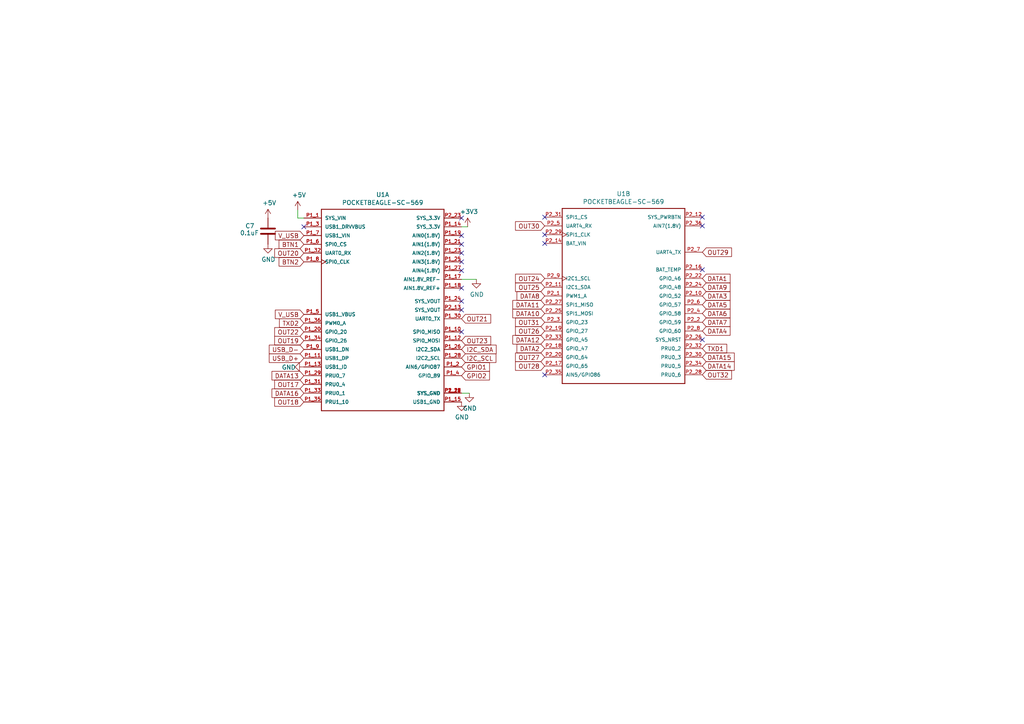
<source format=kicad_sch>
(kicad_sch (version 20211123) (generator eeschema)
  (paper "A4")
  (title_block (title "PB 16") (date "2022-05-29") (rev "v1.0h") (company "Scott Hanson"))
  (lib_symbols
    (symbol "Device:C" (pin_numbers hide) (pin_names (offset 0.254))
      (property "Reference" "C" (at 0.635 2.54 0))
      (property "Value" "C" (at 0.635 -2.54 0))
      (symbol "C_0_1"
        (polyline (pts (xy -2.032 -0.762) (xy 2.032 -0.762)) (stroke (width 0.508)))
        (polyline (pts (xy -2.032 0.762) (xy 2.032 0.762)) (stroke (width 0.508)))
      )
      (symbol "C_1_1"
        (pin passive line (at 0 3.81 270) (length 2.794) (name "~") (number "1"))
        (pin passive line (at 0 -3.81 90) (length 2.794) (name "~") (number "2"))
      )
    )
    (symbol "POCKETBEAGLE-SC-569_1" (pin_names (offset 1.016))
      (property "Reference" "U1" (at 0 32.1818 0))
      (property "Value" "POCKETBEAGLE-SC-569_1" (at 0 29.8704 0))
      (symbol "POCKETBEAGLE-SC-569_1_1_0"
        (polyline (pts (xy -17.78 -30.48) (xy 17.78 -30.48)) (stroke (width 0.254)))
        (polyline (pts (xy -17.78 27.94) (xy -17.78 -30.48)) (stroke (width 0.254)))
        (polyline (pts (xy 17.78 -30.48) (xy 17.78 27.94)) (stroke (width 0.254)))
        (polyline (pts (xy 17.78 27.94) (xy -17.78 27.94)) (stroke (width 0.254)))
        (pin input line (at -22.86 25.4 0) (length 5.08) (name "SYS_VIN") (number "P1_1"))
        (pin bidirectional line (at 22.86 -7.62 180) (length 5.08) (name "SPI0_MISO") (number "P1_10"))
        (pin bidirectional line (at -22.86 -15.24 0) (length 5.08) (name "USB1_DP") (number "P1_11"))
        (pin bidirectional line (at 22.86 -10.16 180) (length 5.08) (name "SPI0_MOSI") (number "P1_12"))
        (pin bidirectional line (at -22.86 -17.78 0) (length 5.08) (name "USB1_ID") (number "P1_13"))
        (pin power_out line (at 22.86 22.86 180) (length 5.08) (name "SYS_3.3V") (number "P1_14"))
        (pin power_in line (at 22.86 -27.94 180) (length 5.08) (name "USB1_GND") (number "P1_15"))
        (pin power_in line (at 22.86 -25.4 180) (length 5.08) (name "SYS_GND") (number "P1_16"))
        (pin power_in line (at 22.86 7.62 180) (length 5.08) (name "AIN1.8V_REF-") (number "P1_17"))
        (pin power_in line (at 22.86 5.08 180) (length 5.08) (name "AIN1.8V_REF+") (number "P1_18"))
        (pin power_in line (at 22.86 20.32 180) (length 5.08) (name "AIN0(1.8V)") (number "P1_19"))
        (pin bidirectional line (at 22.86 -17.78 180) (length 5.08) (name "AIN6/GPIO87") (number "P1_2"))
        (pin bidirectional line (at -22.86 -7.62 0) (length 5.08) (name "GPIO_20") (number "P1_20"))
        (pin power_in line (at 22.86 17.78 180) (length 5.08) (name "AIN1(1.8V)") (number "P1_21"))
        (pin power_in line (at 22.86 -25.4 180) (length 5.08) (name "SYS_GND") (number "P1_22"))
        (pin power_in line (at 22.86 15.24 180) (length 5.08) (name "AIN2(1.8V)") (number "P1_23"))
        (pin output line (at 22.86 1.27 180) (length 5.08) (name "SYS_VOUT") (number "P1_24"))
        (pin power_in line (at 22.86 12.7 180) (length 5.08) (name "AIN3(1.8V)") (number "P1_25"))
        (pin bidirectional line (at 22.86 -12.7 180) (length 5.08) (name "I2C2_SDA") (number "P1_26"))
        (pin power_in line (at 22.86 10.16 180) (length 5.08) (name "AIN4(1.8V)") (number "P1_27"))
        (pin bidirectional line (at 22.86 -15.24 180) (length 5.08) (name "I2C2_SCL") (number "P1_28"))
        (pin bidirectional line (at -22.86 -20.32 0) (length 5.08) (name "PRU0_7") (number "P1_29"))
        (pin input line (at -22.86 22.86 0) (length 5.08) (name "USB1_DRVVBUS") (number "P1_3"))
        (pin output line (at 22.86 -3.81 180) (length 5.08) (name "UART0_TX") (number "P1_30"))
        (pin bidirectional line (at -22.86 -22.86 0) (length 5.08) (name "PRU0_4") (number "P1_31"))
        (pin input line (at -22.86 15.24 0) (length 5.08) (name "UART0_RX") (number "P1_32"))
        (pin bidirectional line (at -22.86 -25.4 0) (length 5.08) (name "PRU0_1") (number "P1_33"))
        (pin bidirectional line (at -22.86 -10.16 0) (length 5.08) (name "GPIO_26") (number "P1_34"))
        (pin bidirectional line (at -22.86 -27.94 0) (length 5.08) (name "PRU1_10") (number "P1_35"))
        (pin bidirectional line (at -22.86 -5.08 0) (length 5.08) (name "PWM0_A") (number "P1_36"))
        (pin bidirectional line (at 22.86 -20.32 180) (length 5.08) (name "GPIO_89") (number "P1_4"))
        (pin bidirectional line (at -22.86 -2.54 0) (length 5.08) (name "USB1_VBUS") (number "P1_5"))
        (pin input line (at -22.86 17.78 0) (length 5.08) (name "SPI0_CS") (number "P1_6"))
        (pin input line (at -22.86 20.32 0) (length 5.08) (name "USB1_VIN") (number "P1_7"))
        (pin input clock (at -22.86 12.7 0) (length 5.08) (name "SPI0_CLK") (number "P1_8"))
        (pin bidirectional line (at -22.86 -12.7 0) (length 5.08) (name "USB1_DN") (number "P1_9"))
        (pin output line (at 22.86 -1.27 180) (length 5.08) (name "SYS_VOUT") (number "P2_13"))
        (pin power_in line (at 22.86 -25.4 180) (length 5.08) (name "SYS_GND") (number "P2_15"))
        (pin power_in line (at 22.86 -25.4 180) (length 5.08) (name "SYS_GND") (number "P2_21"))
        (pin power_out line (at 22.86 25.4 180) (length 5.08) (name "SYS_3.3V") (number "P2_23"))
      )
      (symbol "POCKETBEAGLE-SC-569_1_2_0"
        (polyline (pts (xy -17.78 -25.4) (xy 17.78 -25.4)) (stroke (width 0.254)))
        (polyline (pts (xy -17.78 25.4) (xy -17.78 -25.4)) (stroke (width 0.254)))
        (polyline (pts (xy 17.78 -25.4) (xy 17.78 25.4)) (stroke (width 0.254)))
        (polyline (pts (xy 17.78 25.4) (xy -17.78 25.4)) (stroke (width 0.254)))
        (pin bidirectional line (at -22.86 0 0) (length 5.08) (name "PWM1_A") (number "P2_1"))
        (pin bidirectional line (at 22.86 0 180) (length 5.08) (name "GPIO_52") (number "P2_10"))
        (pin bidirectional line (at -22.86 2.54 0) (length 5.08) (name "I2C1_SDA") (number "P2_11"))
        (pin power_in line (at 22.86 22.86 180) (length 5.08) (name "SYS_PWRBTN") (number "P2_12"))
        (pin input line (at -22.86 15.24 0) (length 5.08) (name "BAT_VIN") (number "P2_14"))
        (pin bidirectional line (at 22.86 7.62 180) (length 5.08) (name "BAT_TEMP") (number "P2_16"))
        (pin bidirectional line (at -22.86 -20.32 0) (length 5.08) (name "GPIO_65") (number "P2_17"))
        (pin bidirectional line (at -22.86 -15.24 0) (length 5.08) (name "GPIO_47") (number "P2_18"))
        (pin bidirectional line (at -22.86 -10.16 0) (length 5.08) (name "GPIO_27") (number "P2_19"))
        (pin bidirectional line (at 22.86 -7.62 180) (length 5.08) (name "GPIO_59") (number "P2_2"))
        (pin bidirectional line (at -22.86 -17.78 0) (length 5.08) (name "GPIO_64") (number "P2_20"))
        (pin bidirectional line (at 22.86 5.08 180) (length 5.08) (name "GPIO_46") (number "P2_22"))
        (pin bidirectional line (at 22.86 2.54 180) (length 5.08) (name "GPIO_48") (number "P2_24"))
        (pin bidirectional line (at -22.86 -5.08 0) (length 5.08) (name "SPI1_MOSI") (number "P2_25"))
        (pin bidirectional line (at 22.86 -12.7 180) (length 5.08) (name "SYS_NRST") (number "P2_26"))
        (pin bidirectional line (at -22.86 -2.54 0) (length 5.08) (name "SPI1_MISO") (number "P2_27"))
        (pin bidirectional line (at 22.86 -22.86 180) (length 5.08) (name "PRU0_6") (number "P2_28"))
        (pin input clock (at -22.86 17.78 0) (length 5.08) (name "SPI1_CLK") (number "P2_29"))
        (pin bidirectional line (at -22.86 -7.62 0) (length 5.08) (name "GPIO_23") (number "P2_3"))
        (pin bidirectional line (at 22.86 -17.78 180) (length 5.08) (name "PRU0_3") (number "P2_30"))
        (pin input line (at -22.86 22.86 0) (length 5.08) (name "SPI1_CS") (number "P2_31"))
        (pin bidirectional line (at 22.86 -15.24 180) (length 5.08) (name "PRU0_2") (number "P2_32"))
        (pin bidirectional line (at -22.86 -12.7 0) (length 5.08) (name "GPIO_45") (number "P2_33"))
        (pin bidirectional line (at 22.86 -20.32 180) (length 5.08) (name "PRU0_5") (number "P2_34"))
        (pin bidirectional line (at -22.86 -22.86 0) (length 5.08) (name "AIN5/GPIO86") (number "P2_35"))
        (pin power_in line (at 22.86 20.32 180) (length 5.08) (name "AIN7(1.8V)") (number "P2_36"))
        (pin bidirectional line (at 22.86 -5.08 180) (length 5.08) (name "GPIO_58") (number "P2_4"))
        (pin input line (at -22.86 20.32 0) (length 5.08) (name "UART4_RX") (number "P2_5"))
        (pin bidirectional line (at 22.86 -2.54 180) (length 5.08) (name "GPIO_57") (number "P2_6"))
        (pin output line (at 22.86 12.7 180) (length 5.08) (name "UART4_TX") (number "P2_7"))
        (pin bidirectional line (at 22.86 -10.16 180) (length 5.08) (name "GPIO_60") (number "P2_8"))
        (pin bidirectional clock (at -22.86 5.08 0) (length 5.08) (name "I2C1_SCL") (number "P2_9"))
      )
    )
    (symbol "POCKETBEAGLE:POCKETBEAGLE-SC-569" (pin_names (offset 1.016))
      (property "Reference" "U" (at -17.78 28.4734 0))
      (property "Value" "POCKETBEAGLE_POCKETBEAGLE-SC-569" (at -17.8054 -33.0454 0))
      (symbol "POCKETBEAGLE-SC-569_1_0"
        (polyline (pts (xy -17.78 -30.48) (xy 17.78 -30.48)) (stroke (width 0.254)))
        (polyline (pts (xy -17.78 27.94) (xy -17.78 -30.48)) (stroke (width 0.254)))
        (polyline (pts (xy 17.78 -30.48) (xy 17.78 27.94)) (stroke (width 0.254)))
        (polyline (pts (xy 17.78 27.94) (xy -17.78 27.94)) (stroke (width 0.254)))
        (pin input line (at -22.86 25.4 0) (length 5.08) (name "SYS_VIN") (number "P1_1"))
        (pin bidirectional line (at 22.86 -7.62 180) (length 5.08) (name "SPI0_MISO") (number "P1_10"))
        (pin bidirectional line (at -22.86 -15.24 0) (length 5.08) (name "USB1_DP") (number "P1_11"))
        (pin bidirectional line (at 22.86 -10.16 180) (length 5.08) (name "SPI0_MOSI") (number "P1_12"))
        (pin bidirectional line (at -22.86 -17.78 0) (length 5.08) (name "USB1_ID") (number "P1_13"))
        (pin power_in line (at 22.86 22.86 180) (length 5.08) (name "SYS_3.3V") (number "P1_14"))
        (pin power_in line (at 22.86 -27.94 180) (length 5.08) (name "USB1_GND") (number "P1_15"))
        (pin power_in line (at 22.86 -25.4 180) (length 5.08) (name "SYS_GND") (number "P1_16"))
        (pin power_in line (at 22.86 7.62 180) (length 5.08) (name "AIN1.8V_REF-") (number "P1_17"))
        (pin power_in line (at 22.86 5.08 180) (length 5.08) (name "AIN1.8V_REF+") (number "P1_18"))
        (pin power_in line (at 22.86 20.32 180) (length 5.08) (name "AIN0(1.8V)") (number "P1_19"))
        (pin bidirectional line (at 22.86 -17.78 180) (length 5.08) (name "AIN6/GPIO87") (number "P1_2"))
        (pin bidirectional line (at -22.86 -7.62 0) (length 5.08) (name "GPIO_20") (number "P1_20"))
        (pin power_in line (at 22.86 17.78 180) (length 5.08) (name "AIN1(1.8V)") (number "P1_21"))
        (pin power_in line (at 22.86 -25.4 180) (length 5.08) (name "SYS_GND") (number "P1_22"))
        (pin power_in line (at 22.86 15.24 180) (length 5.08) (name "AIN2(1.8V)") (number "P1_23"))
        (pin output line (at 22.86 1.27 180) (length 5.08) (name "SYS_VOUT") (number "P1_24"))
        (pin power_in line (at 22.86 12.7 180) (length 5.08) (name "AIN3(1.8V)") (number "P1_25"))
        (pin bidirectional line (at 22.86 -12.7 180) (length 5.08) (name "I2C2_SDA") (number "P1_26"))
        (pin power_in line (at 22.86 10.16 180) (length 5.08) (name "AIN4(1.8V)") (number "P1_27"))
        (pin bidirectional line (at 22.86 -15.24 180) (length 5.08) (name "I2C2_SCL") (number "P1_28"))
        (pin bidirectional line (at -22.86 -20.32 0) (length 5.08) (name "PRU0_7") (number "P1_29"))
        (pin input line (at -22.86 22.86 0) (length 5.08) (name "USB1_DRVVBUS") (number "P1_3"))
        (pin output line (at 22.86 -3.81 180) (length 5.08) (name "UART0_TX") (number "P1_30"))
        (pin bidirectional line (at -22.86 -22.86 0) (length 5.08) (name "PRU0_4") (number "P1_31"))
        (pin input line (at -22.86 15.24 0) (length 5.08) (name "UART0_RX") (number "P1_32"))
        (pin bidirectional line (at -22.86 -25.4 0) (length 5.08) (name "PRU0_1") (number "P1_33"))
        (pin bidirectional line (at -22.86 -10.16 0) (length 5.08) (name "GPIO_26") (number "P1_34"))
        (pin bidirectional line (at -22.86 -27.94 0) (length 5.08) (name "PRU1_10") (number "P1_35"))
        (pin bidirectional line (at -22.86 -5.08 0) (length 5.08) (name "PWM0_A") (number "P1_36"))
        (pin bidirectional line (at 22.86 -20.32 180) (length 5.08) (name "GPIO_89") (number "P1_4"))
        (pin bidirectional line (at -22.86 -2.54 0) (length 5.08) (name "USB1_VBUS") (number "P1_5"))
        (pin input line (at -22.86 17.78 0) (length 5.08) (name "SPI0_CS") (number "P1_6"))
        (pin input line (at -22.86 20.32 0) (length 5.08) (name "USB1_VIN") (number "P1_7"))
        (pin input clock (at -22.86 12.7 0) (length 5.08) (name "SPI0_CLK") (number "P1_8"))
        (pin bidirectional line (at -22.86 -12.7 0) (length 5.08) (name "USB1_DN") (number "P1_9"))
        (pin output line (at 22.86 -1.27 180) (length 5.08) (name "SYS_VOUT") (number "P2_13"))
        (pin power_in line (at 22.86 -25.4 180) (length 5.08) (name "SYS_GND") (number "P2_15"))
        (pin power_in line (at 22.86 -25.4 180) (length 5.08) (name "SYS_GND") (number "P2_21"))
        (pin power_in line (at 22.86 25.4 180) (length 5.08) (name "SYS_3.3V") (number "P2_23"))
      )
      (symbol "POCKETBEAGLE-SC-569_2_0"
        (polyline (pts (xy -17.78 -25.4) (xy 17.78 -25.4)) (stroke (width 0.254)))
        (polyline (pts (xy -17.78 25.4) (xy -17.78 -25.4)) (stroke (width 0.254)))
        (polyline (pts (xy 17.78 -25.4) (xy 17.78 25.4)) (stroke (width 0.254)))
        (polyline (pts (xy 17.78 25.4) (xy -17.78 25.4)) (stroke (width 0.254)))
        (pin bidirectional line (at -22.86 0 0) (length 5.08) (name "PWM1_A") (number "P2_1"))
        (pin bidirectional line (at 22.86 0 180) (length 5.08) (name "GPIO_52") (number "P2_10"))
        (pin bidirectional line (at -22.86 2.54 0) (length 5.08) (name "I2C1_SDA") (number "P2_11"))
        (pin power_in line (at 22.86 22.86 180) (length 5.08) (name "SYS_PWRBTN") (number "P2_12"))
        (pin input line (at -22.86 15.24 0) (length 5.08) (name "BAT_VIN") (number "P2_14"))
        (pin bidirectional line (at 22.86 7.62 180) (length 5.08) (name "BAT_TEMP") (number "P2_16"))
        (pin bidirectional line (at -22.86 -20.32 0) (length 5.08) (name "GPIO_65") (number "P2_17"))
        (pin bidirectional line (at -22.86 -15.24 0) (length 5.08) (name "GPIO_47") (number "P2_18"))
        (pin bidirectional line (at -22.86 -10.16 0) (length 5.08) (name "GPIO_27") (number "P2_19"))
        (pin bidirectional line (at 22.86 -7.62 180) (length 5.08) (name "GPIO_59") (number "P2_2"))
        (pin bidirectional line (at -22.86 -17.78 0) (length 5.08) (name "GPIO_64") (number "P2_20"))
        (pin bidirectional line (at 22.86 5.08 180) (length 5.08) (name "GPIO_46") (number "P2_22"))
        (pin bidirectional line (at 22.86 2.54 180) (length 5.08) (name "GPIO_48") (number "P2_24"))
        (pin bidirectional line (at -22.86 -5.08 0) (length 5.08) (name "SPI1_MOSI") (number "P2_25"))
        (pin bidirectional line (at 22.86 -12.7 180) (length 5.08) (name "SYS_NRST") (number "P2_26"))
        (pin bidirectional line (at -22.86 -2.54 0) (length 5.08) (name "SPI1_MISO") (number "P2_27"))
        (pin bidirectional line (at 22.86 -22.86 180) (length 5.08) (name "PRU0_6") (number "P2_28"))
        (pin input clock (at -22.86 17.78 0) (length 5.08) (name "SPI1_CLK") (number "P2_29"))
        (pin bidirectional line (at -22.86 -7.62 0) (length 5.08) (name "GPIO_23") (number "P2_3"))
        (pin bidirectional line (at 22.86 -17.78 180) (length 5.08) (name "PRU0_3") (number "P2_30"))
        (pin input line (at -22.86 22.86 0) (length 5.08) (name "SPI1_CS") (number "P2_31"))
        (pin bidirectional line (at 22.86 -15.24 180) (length 5.08) (name "PRU0_2") (number "P2_32"))
        (pin bidirectional line (at -22.86 -12.7 0) (length 5.08) (name "GPIO_45") (number "P2_33"))
        (pin bidirectional line (at 22.86 -20.32 180) (length 5.08) (name "PRU0_5") (number "P2_34"))
        (pin bidirectional line (at -22.86 -22.86 0) (length 5.08) (name "AIN5/GPIO86") (number "P2_35"))
        (pin power_in line (at 22.86 20.32 180) (length 5.08) (name "AIN7(1.8V)") (number "P2_36"))
        (pin bidirectional line (at 22.86 -5.08 180) (length 5.08) (name "GPIO_58") (number "P2_4"))
        (pin input line (at -22.86 20.32 0) (length 5.08) (name "UART4_RX") (number "P2_5"))
        (pin bidirectional line (at 22.86 -2.54 180) (length 5.08) (name "GPIO_57") (number "P2_6"))
        (pin output line (at 22.86 12.7 180) (length 5.08) (name "UART4_TX") (number "P2_7"))
        (pin bidirectional line (at 22.86 -10.16 180) (length 5.08) (name "GPIO_60") (number "P2_8"))
        (pin bidirectional clock (at -22.86 5.08 0) (length 5.08) (name "I2C1_SCL") (number "P2_9"))
      )
    )
    (symbol "power:+3.3V" (power) (pin_names (offset 0))
      (property "Value" "+3.3V" (at 0 3.556 0))
      (symbol "+3.3V_0_1"
        (polyline (pts (xy -0.762 1.27) (xy 0 2.54)))
        (polyline (pts (xy 0 0) (xy 0 2.54)))
        (polyline (pts (xy 0 2.54) (xy 0.762 1.27)))
      )
      (symbol "+3.3V_1_1"
        (pin power_in line (at 0 0 90) (length 0) hide (name "+3V3") (number "1"))
      )
    )
    (symbol "power:+5V" (power) (pin_names (offset 0))
      (property "Value" "+5V" (at 0 3.556 0))
      (symbol "+5V_0_1"
        (polyline (pts (xy -0.762 1.27) (xy 0 2.54)))
        (polyline (pts (xy 0 0) (xy 0 2.54)))
        (polyline (pts (xy 0 2.54) (xy 0.762 1.27)))
      )
      (symbol "+5V_1_1"
        (pin power_in line (at 0 0 90) (length 0) hide (name "+5V") (number "1"))
      )
    )
    (symbol "power:GND" (power) (pin_names (offset 0))
      (property "Value" "GND" (at 0 -3.81 0))
      (symbol "GND_0_1"
        (polyline (pts (xy 0 0) (xy 0 -1.27) (xy 1.27 -1.27) (xy 0 -2.54) (xy -1.27 -1.27) (xy 0 -1.27)))
      )
      (symbol "GND_1_1"
        (pin power_in line (at 0 0 270) (length 0) hide (name "GND") (number "1"))
      )
    )
  )
  (no_connect (at 157.988 62.992))
  (no_connect (at 133.858 78.486))
  (no_connect (at 88.138 65.786))
  (no_connect (at 203.708 65.532))
  (no_connect (at 157.988 70.612))
  (no_connect (at 133.858 70.866))
  (no_connect (at 133.858 68.326))
  (no_connect (at 133.858 75.946))
  (no_connect (at 133.858 87.376))
  (no_connect (at 203.708 62.992))
  (no_connect (at 203.708 78.232))
  (no_connect (at 133.858 63.246))
  (no_connect (at 133.858 96.266))
  (no_connect (at 157.988 68.072))
  (no_connect (at 157.988 108.712))
  (no_connect (at 133.858 73.406))
  (no_connect (at 203.708 98.552))
  (no_connect (at 133.858 83.566))
  (no_connect (at 133.858 89.916))
  (wire (pts (xy 135.636 65.786) (xy 133.858 65.786)))
  (wire (pts (xy 86.36 63.246) (xy 86.36 60.96)))
  (wire (pts (xy 88.138 63.246) (xy 86.36 63.246)))
  (wire (pts (xy 133.858 114.046) (xy 136.144 114.046)))
  (wire (pts (xy 133.858 81.026) (xy 138.176 81.026)))
  (global_label "DATA3" (shape input) (at 203.708 85.852 0) (property "Intersheet References" "${INTERSHEET_REFS}" (effects hide)))
  (global_label "OUT28" (shape input) (at 157.988 106.172 180) (property "Intersheet References" "${INTERSHEET_REFS}" (effects hide)))
  (global_label "OUT25" (shape input) (at 157.988 83.312 180) (property "Intersheet References" "${INTERSHEET_REFS}" (effects hide)))
  (global_label "OUT31" (shape input) (at 157.988 93.472 180) (property "Intersheet References" "${INTERSHEET_REFS}" (effects hide)))
  (global_label "DATA2" (shape input) (at 157.988 101.092 180) (property "Intersheet References" "${INTERSHEET_REFS}" (effects hide)))
  (global_label "OUT26" (shape input) (at 157.988 96.012 180) (property "Intersheet References" "${INTERSHEET_REFS}" (effects hide)))
  (global_label "I2C_SDA" (shape input) (at 133.858 101.346 0) (property "Intersheet References" "${INTERSHEET_REFS}" (effects hide)))
  (global_label "OUT19" (shape input) (at 88.138 98.806 180) (property "Intersheet References" "${INTERSHEET_REFS}" (effects hide)))
  (global_label "OUT24" (shape input) (at 157.988 80.772 180) (property "Intersheet References" "${INTERSHEET_REFS}" (effects hide)))
  (global_label "OUT17" (shape input) (at 88.138 111.506 180) (property "Intersheet References" "${INTERSHEET_REFS}" (effects hide)))
  (global_label "OUT21" (shape input) (at 133.858 92.456 0) (property "Intersheet References" "${INTERSHEET_REFS}" (effects hide)))
  (global_label "DATA13" (shape input) (at 88.138 108.966 180) (property "Intersheet References" "${INTERSHEET_REFS}" (effects hide)))
  (global_label "DATA5" (shape input) (at 203.708 88.392 0) (property "Intersheet References" "${INTERSHEET_REFS}" (effects hide)))
  (global_label "OUT18" (shape input) (at 88.138 116.586 180) (property "Intersheet References" "${INTERSHEET_REFS}" (effects hide)))
  (global_label "DATA12" (shape input) (at 157.988 98.552 180) (property "Intersheet References" "${INTERSHEET_REFS}" (effects hide)))
  (global_label "V_USB" (shape input) (at 88.138 91.186 180) (property "Intersheet References" "${INTERSHEET_REFS}" (effects hide)))
  (global_label "OUT29" (shape input) (at 203.708 73.152 0) (property "Intersheet References" "${INTERSHEET_REFS}" (effects hide)))
  (global_label "TXD2" (shape input) (at 88.138 93.726 180) (property "Intersheet References" "${INTERSHEET_REFS}" (effects hide)))
  (global_label "DATA15" (shape input) (at 203.708 103.632 0) (property "Intersheet References" "${INTERSHEET_REFS}" (effects hide)))
  (global_label "OUT22" (shape input) (at 88.138 96.266 180) (property "Intersheet References" "${INTERSHEET_REFS}" (effects hide)))
  (global_label "USB_D-" (shape input) (at 88.138 101.346 180) (property "Intersheet References" "${INTERSHEET_REFS}" (effects hide)))
  (global_label "OUT20" (shape input) (at 88.138 73.406 180) (property "Intersheet References" "${INTERSHEET_REFS}" (effects hide)))
  (global_label "DATA7" (shape input) (at 203.708 93.472 0) (property "Intersheet References" "${INTERSHEET_REFS}" (effects hide)))
  (global_label "OUT30" (shape input) (at 157.988 65.532 180) (property "Intersheet References" "${INTERSHEET_REFS}" (effects hide)))
  (global_label "I2C_SCL" (shape input) (at 133.858 103.886 0) (property "Intersheet References" "${INTERSHEET_REFS}" (effects hide)))
  (global_label "OUT27" (shape input) (at 157.988 103.632 180) (property "Intersheet References" "${INTERSHEET_REFS}" (effects hide)))
  (global_label "V_USB" (shape input) (at 88.138 68.326 180) (property "Intersheet References" "${INTERSHEET_REFS}" (effects hide)))
  (global_label "TXD1" (shape input) (at 203.708 101.092 0) (property "Intersheet References" "${INTERSHEET_REFS}" (effects hide)))
  (global_label "DATA6" (shape input) (at 203.708 90.932 0) (property "Intersheet References" "${INTERSHEET_REFS}" (effects hide)))
  (global_label "DATA9" (shape input) (at 203.708 83.312 0) (property "Intersheet References" "${INTERSHEET_REFS}" (effects hide)))
  (global_label "OUT23" (shape input) (at 133.858 98.806 0) (property "Intersheet References" "${INTERSHEET_REFS}" (effects hide)))
  (global_label "OUT32" (shape input) (at 203.708 108.712 0) (property "Intersheet References" "${INTERSHEET_REFS}" (effects hide)))
  (global_label "BTN2" (shape input) (at 88.138 75.946 180) (property "Intersheet References" "${INTERSHEET_REFS}" (effects hide)))
  (global_label "DATA1" (shape input) (at 203.708 80.772 0) (property "Intersheet References" "${INTERSHEET_REFS}" (effects hide)))
  (global_label "GPIO1" (shape input) (at 133.858 106.426 0) (property "Intersheet References" "${INTERSHEET_REFS}" (effects hide)))
  (global_label "DATA8" (shape input) (at 157.988 85.852 180) (property "Intersheet References" "${INTERSHEET_REFS}" (effects hide)))
  (global_label "DATA4" (shape input) (at 203.708 96.012 0) (property "Intersheet References" "${INTERSHEET_REFS}" (effects hide)))
  (global_label "BTN1" (shape input) (at 88.138 70.866 180) (property "Intersheet References" "${INTERSHEET_REFS}" (effects hide)))
  (global_label "GPIO2" (shape input) (at 133.858 108.966 0) (property "Intersheet References" "${INTERSHEET_REFS}" (effects hide)))
  (global_label "DATA16" (shape input) (at 88.138 114.046 180) (property "Intersheet References" "${INTERSHEET_REFS}" (effects hide)))
  (global_label "DATA14" (shape input) (at 203.708 106.172 0) (property "Intersheet References" "${INTERSHEET_REFS}" (effects hide)))
  (global_label "DATA11" (shape input) (at 157.988 88.392 180) (property "Intersheet References" "${INTERSHEET_REFS}" (effects hide)))
  (global_label "DATA10" (shape input) (at 157.988 90.932 180) (property "Intersheet References" "${INTERSHEET_REFS}" (effects hide)))
  (global_label "USB_D+" (shape input) (at 88.138 103.886 180) (property "Intersheet References" "${INTERSHEET_REFS}" (effects hide)))
  (symbol (lib_name "POCKETBEAGLE-SC-569_1") (lib_id "POCKETBEAGLE:POCKETBEAGLE-SC-569") (at 110.998 88.646 0) (unit 1)
    (property "Reference" "U1" (at 110.998 56.4642 0))
    (property "Value" "POCKETBEAGLE-SC-569" (at 110.998 58.7756 0))
    (property "Footprint" "POCKETBEAGLE:BEAGLE_POCKETBEAGLE-SC-569" (effects hide))
    (property "Field4" "https://www.digikey.com/product-detail/en/ghi-electronics-llc/POCKETBEAGLE-SC-569/POCKETBEAGLE-SC-569-ND/7603326?utm_source=snapeda&utm_medium=aggregator&utm_campaign=symbol" (effects hide))
    (property "Field5" "POCKETBEAGLE-SC-569" (effects hide))
    (property "Field6" "None" (effects hide))
    (property "Field7" "POCKETBEAGLE-SC-569-ND" (effects hide))
    (property "Field8" "GHI Electronics," (effects hide))
    (property "Digi-Key_PN" "POCKETBEAGLE-SC-569-ND" (effects hide))
    (property "MPN" "POCKETBEAGLE-SC-569" (effects hide))
  )
  (symbol (lib_id "POCKETBEAGLE:POCKETBEAGLE-SC-569") (at 180.848 85.852 0) (unit 2)
    (property "Reference" "U1" (at 180.848 56.2102 0))
    (property "Value" "POCKETBEAGLE-SC-569" (at 180.848 58.5216 0))
    (property "Footprint" "POCKETBEAGLE:BEAGLE_POCKETBEAGLE-SC-569" (effects hide))
    (property "Field4" "https://www.digikey.com/product-detail/en/ghi-electronics-llc/POCKETBEAGLE-SC-569/POCKETBEAGLE-SC-569-ND/7603326?utm_source=snapeda&utm_medium=aggregator&utm_campaign=symbol" (effects hide))
    (property "Field5" "POCKETBEAGLE-SC-569" (effects hide))
    (property "Field6" "None" (effects hide))
    (property "Field7" "POCKETBEAGLE-SC-569-ND" (effects hide))
    (property "Field8" "GHI Electronics," (effects hide))
    (property "Digi-Key_PN" "POCKETBEAGLE-SC-569-ND" (effects hide))
    (property "MPN" "POCKETBEAGLE-SC-569" (effects hide))
  )
  (symbol (lib_id "power:GND") (at 138.176 81.026 0) (unit 1)
    (property "Reference" "#PWR045" (effects hide))
    (property "Value" "GND" (at 138.303 85.4202 0))
  )
  (symbol (lib_id "Device:C") (at 77.724 67.056 0) (unit 1)
    (property "Reference" "C7" (at 71.12 65.532 0) (effects (justify left)))
    (property "Value" "0.1uF" (at 69.596 67.564 0) (effects (justify left)))
    (property "Footprint" "Capacitor_THT:C_Rect_L7.0mm_W2.0mm_P5.00mm" (effects hide))
    (property "Digi-Key_PN" "478-7336-1-ND" (effects hide))
    (property "MPN" "SR215C104KARTR1" (effects hide))
  )
  (symbol (lib_id "power:GND") (at 77.724 70.866 0) (unit 1)
    (property "Reference" "#PWR050" (effects hide))
    (property "Value" "GND" (at 77.851 75.2602 0))
  )
  (symbol (lib_id "power:+5V") (at 86.36 60.96 0) (unit 1)
    (property "Reference" "#PWR05" (effects hide))
    (property "Value" "+5V" (at 86.741 56.5658 0))
  )
  (symbol (lib_id "power:GND") (at 133.858 116.586 0) (unit 1)
    (property "Reference" "#PWR06" (effects hide))
    (property "Value" "GND" (at 133.985 120.9802 0))
  )
  (symbol (lib_id "power:GND") (at 88.138 106.426 270) (unit 1)
    (property "Reference" "#PWR04" (effects hide))
    (property "Value" "GND" (at 83.7438 106.553 90))
  )
  (symbol (lib_id "power:GND") (at 136.144 114.046 0) (unit 1)
    (property "Reference" "#PWR07" (effects hide))
    (property "Value" "GND" (at 136.271 118.4402 0))
  )
  (symbol (lib_id "power:+3.3V") (at 135.636 65.786 0) (unit 1)
    (property "Reference" "#PWR0109" (effects hide))
    (property "Value" "+3.3V" (at 136.017 61.3918 0))
  )
  (symbol (lib_id "power:+5V") (at 77.724 63.246 0) (unit 1)
    (property "Reference" "#PWR0121" (effects hide))
    (property "Value" "+5V" (at 78.105 58.8518 0))
  )
)
</source>
